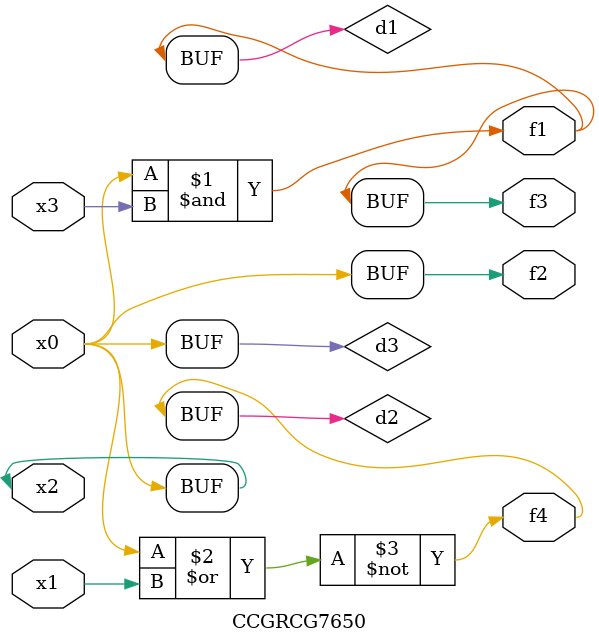
<source format=v>
module CCGRCG7650(
	input x0, x1, x2, x3,
	output f1, f2, f3, f4
);

	wire d1, d2, d3;

	and (d1, x2, x3);
	nor (d2, x0, x1);
	buf (d3, x0, x2);
	assign f1 = d1;
	assign f2 = d3;
	assign f3 = d1;
	assign f4 = d2;
endmodule

</source>
